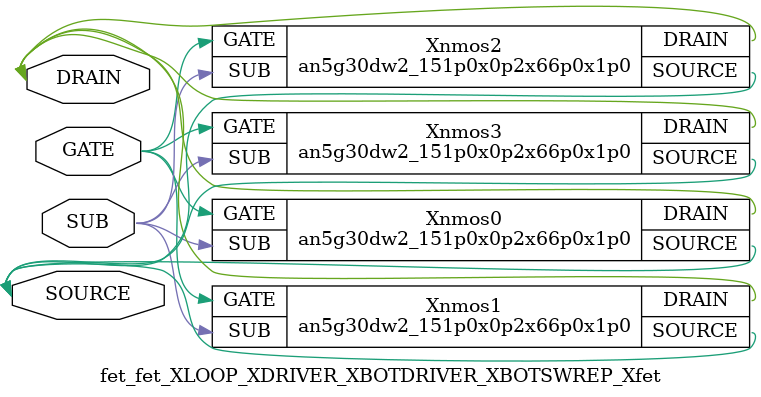
<source format=v>

module an5g30dw2_151p0x0p2x66p0x1p0 (DRAIN,GATE,SOURCE,SUB);
input GATE;
input SUB;
inout SOURCE;
inout DRAIN;
endmodule

//Celera Confidential Do Not Copy fet_fet_XLOOP_XDRIVER_XBOTDRIVER_XBOTSWREP_Xfet
//Celera Confidential Symbol Generator
//power NMOS:Ron:0.200 Ohm
//Vgs 6V Vds 30V
//Kelvin:no

module fet_fet_XLOOP_XDRIVER_XBOTDRIVER_XBOTSWREP_Xfet (GATE,SOURCE,DRAIN,SUB);
input GATE;
inout SOURCE;
inout DRAIN;
input SUB;

//Celera Confidential Do Not Copy an5g30dw2_151p0x0p2x66p0x1p0
an5g30dw2_151p0x0p2x66p0x1p0 Xnmos0(
.DRAIN (DRAIN),
.GATE (GATE),
.SOURCE (SOURCE),
.SUB (SUB)
);
//,diesize,an5g30dw2_151p0x0p2x66p0x1p0

//Celera Confidential Do Not Copy an5g30dw2_151p0x0p2x66p0x1p0
an5g30dw2_151p0x0p2x66p0x1p0 Xnmos1(
.DRAIN (DRAIN),
.GATE (GATE),
.SOURCE (SOURCE),
.SUB (SUB)
);
//,diesize,an5g30dw2_151p0x0p2x66p0x1p0

//Celera Confidential Do Not Copy an5g30dw2_151p0x0p2x66p0x1p0
an5g30dw2_151p0x0p2x66p0x1p0 Xnmos2(
.DRAIN (DRAIN),
.GATE (GATE),
.SOURCE (SOURCE),
.SUB (SUB)
);
//,diesize,an5g30dw2_151p0x0p2x66p0x1p0

//Celera Confidential Do Not Copy an5g30dw2_151p0x0p2x66p0x1p0
an5g30dw2_151p0x0p2x66p0x1p0 Xnmos3(
.DRAIN (DRAIN),
.GATE (GATE),
.SOURCE (SOURCE),
.SUB (SUB)
);
//,diesize,an5g30dw2_151p0x0p2x66p0x1p0

//Celera Confidential Do Not Copy Module End
//Celera Schematic Generator
endmodule

</source>
